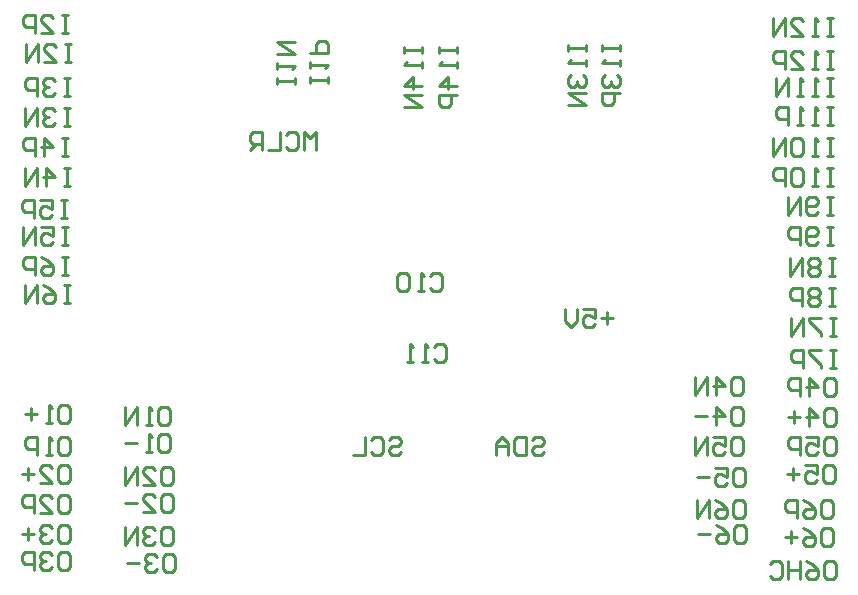
<source format=gbo>
G04 Layer_Color=32896*
%FSLAX25Y25*%
%MOIN*%
G70*
G01*
G75*
%ADD18C,0.01000*%
D18*
X152001Y83498D02*
X153001Y84498D01*
X155000D01*
X156000Y83498D01*
Y79500D01*
X155000Y78500D01*
X153001D01*
X152001Y79500D01*
X150002Y78500D02*
X148003D01*
X149002D01*
Y84498D01*
X150002Y83498D01*
X145004Y78500D02*
X143004D01*
X144004D01*
Y84498D01*
X145004Y83498D01*
X150501Y106998D02*
X151501Y107998D01*
X153500D01*
X154500Y106998D01*
Y103000D01*
X153500Y102000D01*
X151501D01*
X150501Y103000D01*
X148502Y102000D02*
X146503D01*
X147502D01*
Y107998D01*
X148502Y106998D01*
X143504D02*
X142504Y107998D01*
X140505D01*
X139505Y106998D01*
Y103000D01*
X140505Y102000D01*
X142504D01*
X143504Y103000D01*
Y106998D01*
X137001Y52498D02*
X138001Y53498D01*
X140000D01*
X141000Y52498D01*
Y51499D01*
X140000Y50499D01*
X138001D01*
X137001Y49499D01*
Y48500D01*
X138001Y47500D01*
X140000D01*
X141000Y48500D01*
X131003Y52498D02*
X132003Y53498D01*
X134002D01*
X135002Y52498D01*
Y48500D01*
X134002Y47500D01*
X132003D01*
X131003Y48500D01*
X129004Y53498D02*
Y47500D01*
X125005D01*
X184501Y52498D02*
X185501Y53498D01*
X187500D01*
X188500Y52498D01*
Y51499D01*
X187500Y50499D01*
X185501D01*
X184501Y49499D01*
Y48500D01*
X185501Y47500D01*
X187500D01*
X188500Y48500D01*
X182502Y53498D02*
Y47500D01*
X179503D01*
X178503Y48500D01*
Y52498D01*
X179503Y53498D01*
X182502D01*
X176504Y47500D02*
Y51499D01*
X174504Y53498D01*
X172505Y51499D01*
Y47500D01*
Y50499D01*
X176504D01*
X211500Y92999D02*
X207501D01*
X209501Y94998D02*
Y91000D01*
X201503Y95998D02*
X205502D01*
Y92999D01*
X203503Y93999D01*
X202503D01*
X201503Y92999D01*
Y91000D01*
X202503Y90000D01*
X204502D01*
X205502Y91000D01*
X199504Y95998D02*
Y91999D01*
X197504Y90000D01*
X195505Y91999D01*
Y95998D01*
X283001Y11998D02*
X285000D01*
X286000Y10998D01*
Y7000D01*
X285000Y6000D01*
X283001D01*
X282001Y7000D01*
Y10998D01*
X283001Y11998D01*
X276003D02*
X278003Y10998D01*
X280002Y8999D01*
Y7000D01*
X279002Y6000D01*
X277003D01*
X276003Y7000D01*
Y7999D01*
X277003Y8999D01*
X280002D01*
X274004Y11998D02*
Y6000D01*
Y8999D01*
X270005D01*
Y11998D01*
Y6000D01*
X264007Y10998D02*
X265007Y11998D01*
X267006D01*
X268006Y10998D01*
Y7000D01*
X267006Y6000D01*
X265007D01*
X264007Y7000D01*
X105498Y171000D02*
Y172999D01*
Y172000D01*
X99500D01*
Y171000D01*
Y172999D01*
Y175998D02*
Y177998D01*
Y176998D01*
X105498D01*
X104498Y175998D01*
X99500Y180997D02*
X105498D01*
X99500Y184995D01*
X105498D01*
X116498Y171500D02*
Y173499D01*
Y172500D01*
X110500D01*
Y171500D01*
Y173499D01*
Y176498D02*
Y178498D01*
Y177498D01*
X116498D01*
X115498Y176498D01*
X110500Y181497D02*
X116498D01*
Y184496D01*
X115498Y185495D01*
X113499D01*
X112499Y184496D01*
Y181497D01*
X31000Y184498D02*
X29001D01*
X30000D01*
Y178500D01*
X31000D01*
X29001D01*
X22003D02*
X26002D01*
X22003Y182499D01*
Y183498D01*
X23003Y184498D01*
X25002D01*
X26002Y183498D01*
X20004Y178500D02*
Y184498D01*
X16005Y178500D01*
Y184498D01*
X30000Y193998D02*
X28001D01*
X29000D01*
Y188000D01*
X30000D01*
X28001D01*
X21003D02*
X25002D01*
X21003Y191999D01*
Y192998D01*
X22003Y193998D01*
X24002D01*
X25002Y192998D01*
X19004Y188000D02*
Y193998D01*
X16004D01*
X15005Y192998D01*
Y190999D01*
X16004Y189999D01*
X19004D01*
X30500Y162998D02*
X28501D01*
X29500D01*
Y157000D01*
X30500D01*
X28501D01*
X25502Y161998D02*
X24502Y162998D01*
X22503D01*
X21503Y161998D01*
Y160999D01*
X22503Y159999D01*
X23502D01*
X22503D01*
X21503Y158999D01*
Y158000D01*
X22503Y157000D01*
X24502D01*
X25502Y158000D01*
X19504Y157000D02*
Y162998D01*
X15505Y157000D01*
Y162998D01*
X30500Y172998D02*
X28501D01*
X29500D01*
Y167000D01*
X30500D01*
X28501D01*
X25502Y171998D02*
X24502Y172998D01*
X22503D01*
X21503Y171998D01*
Y170999D01*
X22503Y169999D01*
X23502D01*
X22503D01*
X21503Y168999D01*
Y168000D01*
X22503Y167000D01*
X24502D01*
X25502Y168000D01*
X19504Y167000D02*
Y172998D01*
X16504D01*
X15505Y171998D01*
Y169999D01*
X16504Y168999D01*
X19504D01*
X30500Y142998D02*
X28501D01*
X29500D01*
Y137000D01*
X30500D01*
X28501D01*
X22503D02*
Y142998D01*
X25502Y139999D01*
X21503D01*
X19504Y137000D02*
Y142998D01*
X15505Y137000D01*
Y142998D01*
X30000Y152998D02*
X28001D01*
X29000D01*
Y147000D01*
X30000D01*
X28001D01*
X22003D02*
Y152998D01*
X25002Y149999D01*
X21003D01*
X19004Y147000D02*
Y152998D01*
X16004D01*
X15005Y151998D01*
Y149999D01*
X16004Y148999D01*
X19004D01*
X30000Y123498D02*
X28001D01*
X29000D01*
Y117500D01*
X30000D01*
X28001D01*
X21003Y123498D02*
X25002D01*
Y120499D01*
X23002Y121499D01*
X22003D01*
X21003Y120499D01*
Y118500D01*
X22003Y117500D01*
X24002D01*
X25002Y118500D01*
X19004Y117500D02*
Y123498D01*
X15005Y117500D01*
Y123498D01*
X29500Y132498D02*
X27501D01*
X28500D01*
Y126500D01*
X29500D01*
X27501D01*
X20503Y132498D02*
X24502D01*
Y129499D01*
X22502Y130499D01*
X21503D01*
X20503Y129499D01*
Y127500D01*
X21503Y126500D01*
X23502D01*
X24502Y127500D01*
X18504Y126500D02*
Y132498D01*
X15505D01*
X14505Y131498D01*
Y129499D01*
X15505Y128499D01*
X18504D01*
X30500Y103998D02*
X28501D01*
X29500D01*
Y98000D01*
X30500D01*
X28501D01*
X21503Y103998D02*
X23502Y102998D01*
X25502Y100999D01*
Y99000D01*
X24502Y98000D01*
X22503D01*
X21503Y99000D01*
Y99999D01*
X22503Y100999D01*
X25502D01*
X19504Y98000D02*
Y103998D01*
X15505Y98000D01*
Y103998D01*
X30000Y113498D02*
X28001D01*
X29000D01*
Y107500D01*
X30000D01*
X28001D01*
X21003Y113498D02*
X23002Y112498D01*
X25002Y110499D01*
Y108500D01*
X24002Y107500D01*
X22003D01*
X21003Y108500D01*
Y109499D01*
X22003Y110499D01*
X25002D01*
X19004Y107500D02*
Y113498D01*
X16004D01*
X15005Y112498D01*
Y110499D01*
X16004Y109499D01*
X19004D01*
X286000Y92998D02*
X284001D01*
X285000D01*
Y87000D01*
X286000D01*
X284001D01*
X281002Y92998D02*
X277003D01*
Y91998D01*
X281002Y88000D01*
Y87000D01*
X275004D02*
Y92998D01*
X271005Y87000D01*
Y92998D01*
X286000Y82498D02*
X284001D01*
X285000D01*
Y76500D01*
X286000D01*
X284001D01*
X281002Y82498D02*
X277003D01*
Y81498D01*
X281002Y77500D01*
Y76500D01*
X275004D02*
Y82498D01*
X272005D01*
X271005Y81498D01*
Y79499D01*
X272005Y78499D01*
X275004D01*
X285500Y112998D02*
X283501D01*
X284500D01*
Y107000D01*
X285500D01*
X283501D01*
X280502Y111998D02*
X279502Y112998D01*
X277503D01*
X276503Y111998D01*
Y110999D01*
X277503Y109999D01*
X276503Y108999D01*
Y108000D01*
X277503Y107000D01*
X279502D01*
X280502Y108000D01*
Y108999D01*
X279502Y109999D01*
X280502Y110999D01*
Y111998D01*
X279502Y109999D02*
X277503D01*
X274504Y107000D02*
Y112998D01*
X270505Y107000D01*
Y112998D01*
X285500Y102998D02*
X283501D01*
X284500D01*
Y97000D01*
X285500D01*
X283501D01*
X280502Y101998D02*
X279502Y102998D01*
X277503D01*
X276503Y101998D01*
Y100999D01*
X277503Y99999D01*
X276503Y98999D01*
Y98000D01*
X277503Y97000D01*
X279502D01*
X280502Y98000D01*
Y98999D01*
X279502Y99999D01*
X280502Y100999D01*
Y101998D01*
X279502Y99999D02*
X277503D01*
X274504Y97000D02*
Y102998D01*
X271504D01*
X270505Y101998D01*
Y99999D01*
X271504Y98999D01*
X274504D01*
X285000Y133498D02*
X283001D01*
X284000D01*
Y127500D01*
X285000D01*
X283001D01*
X280002Y128500D02*
X279002Y127500D01*
X277003D01*
X276003Y128500D01*
Y132498D01*
X277003Y133498D01*
X279002D01*
X280002Y132498D01*
Y131499D01*
X279002Y130499D01*
X276003D01*
X274004Y127500D02*
Y133498D01*
X270005Y127500D01*
Y133498D01*
X285000Y123498D02*
X283001D01*
X284000D01*
Y117500D01*
X285000D01*
X283001D01*
X280002Y118500D02*
X279002Y117500D01*
X277003D01*
X276003Y118500D01*
Y122498D01*
X277003Y123498D01*
X279002D01*
X280002Y122498D01*
Y121499D01*
X279002Y120499D01*
X276003D01*
X274004Y117500D02*
Y123498D01*
X271005D01*
X270005Y122498D01*
Y120499D01*
X271005Y119499D01*
X274004D01*
X285000Y152998D02*
X283001D01*
X284000D01*
Y147000D01*
X285000D01*
X283001D01*
X280002D02*
X278002D01*
X279002D01*
Y152998D01*
X280002Y151998D01*
X275003D02*
X274004Y152998D01*
X272004D01*
X271005Y151998D01*
Y148000D01*
X272004Y147000D01*
X274004D01*
X275003Y148000D01*
Y151998D01*
X269005Y147000D02*
Y152998D01*
X265006Y147000D01*
Y152998D01*
X285000Y142998D02*
X283001D01*
X284000D01*
Y137000D01*
X285000D01*
X283001D01*
X280002D02*
X278002D01*
X279002D01*
Y142998D01*
X280002Y141998D01*
X275003D02*
X274004Y142998D01*
X272004D01*
X271005Y141998D01*
Y138000D01*
X272004Y137000D01*
X274004D01*
X275003Y138000D01*
Y141998D01*
X269005Y137000D02*
Y142998D01*
X266006D01*
X265006Y141998D01*
Y139999D01*
X266006Y138999D01*
X269005D01*
X285000Y172998D02*
X283001D01*
X284000D01*
Y167000D01*
X285000D01*
X283001D01*
X280002D02*
X278002D01*
X279002D01*
Y172998D01*
X280002Y171998D01*
X275003Y167000D02*
X273004D01*
X274004D01*
Y172998D01*
X275003Y171998D01*
X270005Y167000D02*
Y172998D01*
X266006Y167000D01*
Y172998D01*
X285000Y163498D02*
X283001D01*
X284000D01*
Y157500D01*
X285000D01*
X283001D01*
X280002D02*
X278002D01*
X279002D01*
Y163498D01*
X280002Y162498D01*
X275003Y157500D02*
X273004D01*
X274004D01*
Y163498D01*
X275003Y162498D01*
X270005Y157500D02*
Y163498D01*
X267006D01*
X266006Y162498D01*
Y160499D01*
X267006Y159499D01*
X270005D01*
X285000Y192998D02*
X283001D01*
X284000D01*
Y187000D01*
X285000D01*
X283001D01*
X280002D02*
X278002D01*
X279002D01*
Y192998D01*
X280002Y191998D01*
X271005Y187000D02*
X275003D01*
X271005Y190999D01*
Y191998D01*
X272004Y192998D01*
X274004D01*
X275003Y191998D01*
X269005Y187000D02*
Y192998D01*
X265006Y187000D01*
Y192998D01*
X285000Y181998D02*
X283001D01*
X284000D01*
Y176000D01*
X285000D01*
X283001D01*
X280002D02*
X278002D01*
X279002D01*
Y181998D01*
X280002Y180998D01*
X271005Y176000D02*
X275003D01*
X271005Y179999D01*
Y180998D01*
X272004Y181998D01*
X274004D01*
X275003Y180998D01*
X269005Y176000D02*
Y181998D01*
X266006D01*
X265006Y180998D01*
Y178999D01*
X266006Y177999D01*
X269005D01*
X196502Y184000D02*
Y182001D01*
Y183000D01*
X202500D01*
Y184000D01*
Y182001D01*
Y179002D02*
Y177002D01*
Y178002D01*
X196502D01*
X197502Y179002D01*
Y174003D02*
X196502Y173004D01*
Y171004D01*
X197502Y170004D01*
X198501D01*
X199501Y171004D01*
Y172004D01*
Y171004D01*
X200501Y170004D01*
X201500D01*
X202500Y171004D01*
Y173004D01*
X201500Y174003D01*
X202500Y168005D02*
X196502D01*
X202500Y164006D01*
X196502D01*
X208002Y184000D02*
Y182001D01*
Y183000D01*
X214000D01*
Y184000D01*
Y182001D01*
Y179002D02*
Y177002D01*
Y178002D01*
X208002D01*
X209002Y179002D01*
Y174003D02*
X208002Y173004D01*
Y171004D01*
X209002Y170004D01*
X210001D01*
X211001Y171004D01*
Y172004D01*
Y171004D01*
X212001Y170004D01*
X213000D01*
X214000Y171004D01*
Y173004D01*
X213000Y174003D01*
X214000Y168005D02*
X208002D01*
Y165006D01*
X209002Y164006D01*
X211001D01*
X212001Y165006D01*
Y168005D01*
X142002Y183500D02*
Y181501D01*
Y182500D01*
X148000D01*
Y183500D01*
Y181501D01*
Y178502D02*
Y176502D01*
Y177502D01*
X142002D01*
X143002Y178502D01*
X148000Y170504D02*
X142002D01*
X145001Y173503D01*
Y169504D01*
X148000Y167505D02*
X142002D01*
X148000Y163506D01*
X142002D01*
X153502Y183500D02*
Y181501D01*
Y182500D01*
X159500D01*
Y183500D01*
Y181501D01*
Y178502D02*
Y176502D01*
Y177502D01*
X153502D01*
X154502Y178502D01*
X159500Y170504D02*
X153502D01*
X156501Y173503D01*
Y169504D01*
X159500Y167505D02*
X153502D01*
Y164506D01*
X154502Y163506D01*
X156501D01*
X157501Y164506D01*
Y167505D01*
X112500Y149000D02*
Y154998D01*
X110501Y152999D01*
X108501Y154998D01*
Y149000D01*
X102503Y153998D02*
X103503Y154998D01*
X105502D01*
X106502Y153998D01*
Y150000D01*
X105502Y149000D01*
X103503D01*
X102503Y150000D01*
X100504Y154998D02*
Y149000D01*
X96505D01*
X94506D02*
Y154998D01*
X91507D01*
X90507Y153998D01*
Y151999D01*
X91507Y150999D01*
X94506D01*
X92506D02*
X90507Y149000D01*
X27501Y63998D02*
X29500D01*
X30500Y62998D01*
Y59000D01*
X29500Y58000D01*
X27501D01*
X26501Y59000D01*
Y62998D01*
X27501Y63998D01*
X24502Y58000D02*
X22503D01*
X23502D01*
Y63998D01*
X24502Y62998D01*
X19504Y60999D02*
X15505D01*
X17504Y62998D02*
Y59000D01*
X61001Y54498D02*
X63000D01*
X64000Y53498D01*
Y49500D01*
X63000Y48500D01*
X61001D01*
X60001Y49500D01*
Y53498D01*
X61001Y54498D01*
X58002Y48500D02*
X56003D01*
X57002D01*
Y54498D01*
X58002Y53498D01*
X53004Y51499D02*
X49005D01*
X61001Y63498D02*
X63000D01*
X64000Y62498D01*
Y58500D01*
X63000Y57500D01*
X61001D01*
X60001Y58500D01*
Y62498D01*
X61001Y63498D01*
X58002Y57500D02*
X56003D01*
X57002D01*
Y63498D01*
X58002Y62498D01*
X53004Y57500D02*
Y63498D01*
X49005Y57500D01*
Y63498D01*
X27501Y53498D02*
X29500D01*
X30500Y52498D01*
Y48500D01*
X29500Y47500D01*
X27501D01*
X26501Y48500D01*
Y52498D01*
X27501Y53498D01*
X24502Y47500D02*
X22503D01*
X23502D01*
Y53498D01*
X24502Y52498D01*
X19504Y47500D02*
Y53498D01*
X16504D01*
X15505Y52498D01*
Y50499D01*
X16504Y49499D01*
X19504D01*
X27501Y43998D02*
X29500D01*
X30500Y42998D01*
Y39000D01*
X29500Y38000D01*
X27501D01*
X26501Y39000D01*
Y42998D01*
X27501Y43998D01*
X20503Y38000D02*
X24502D01*
X20503Y41999D01*
Y42998D01*
X21503Y43998D01*
X23502D01*
X24502Y42998D01*
X18504Y40999D02*
X14505D01*
X16504Y42998D02*
Y39000D01*
X62001Y34498D02*
X64000D01*
X65000Y33498D01*
Y29500D01*
X64000Y28500D01*
X62001D01*
X61001Y29500D01*
Y33498D01*
X62001Y34498D01*
X55003Y28500D02*
X59002D01*
X55003Y32499D01*
Y33498D01*
X56003Y34498D01*
X58002D01*
X59002Y33498D01*
X53004Y31499D02*
X49005D01*
X62001Y43498D02*
X64000D01*
X65000Y42498D01*
Y38500D01*
X64000Y37500D01*
X62001D01*
X61001Y38500D01*
Y42498D01*
X62001Y43498D01*
X55003Y37500D02*
X59002D01*
X55003Y41499D01*
Y42498D01*
X56003Y43498D01*
X58002D01*
X59002Y42498D01*
X53004Y37500D02*
Y43498D01*
X49005Y37500D01*
Y43498D01*
X27501Y33998D02*
X29500D01*
X30500Y32998D01*
Y29000D01*
X29500Y28000D01*
X27501D01*
X26501Y29000D01*
Y32998D01*
X27501Y33998D01*
X20503Y28000D02*
X24502D01*
X20503Y31999D01*
Y32998D01*
X21503Y33998D01*
X23502D01*
X24502Y32998D01*
X18504Y28000D02*
Y33998D01*
X15505D01*
X14505Y32998D01*
Y30999D01*
X15505Y29999D01*
X18504D01*
X27501Y23998D02*
X29500D01*
X30500Y22998D01*
Y19000D01*
X29500Y18000D01*
X27501D01*
X26501Y19000D01*
Y22998D01*
X27501Y23998D01*
X24502Y22998D02*
X23502Y23998D01*
X21503D01*
X20503Y22998D01*
Y21999D01*
X21503Y20999D01*
X22503D01*
X21503D01*
X20503Y19999D01*
Y19000D01*
X21503Y18000D01*
X23502D01*
X24502Y19000D01*
X18504Y20999D02*
X14505D01*
X16504Y22998D02*
Y19000D01*
X62501Y14498D02*
X64500D01*
X65500Y13498D01*
Y9500D01*
X64500Y8500D01*
X62501D01*
X61501Y9500D01*
Y13498D01*
X62501Y14498D01*
X59502Y13498D02*
X58502Y14498D01*
X56503D01*
X55503Y13498D01*
Y12499D01*
X56503Y11499D01*
X57503D01*
X56503D01*
X55503Y10499D01*
Y9500D01*
X56503Y8500D01*
X58502D01*
X59502Y9500D01*
X53504Y11499D02*
X49505D01*
X62001Y23498D02*
X64000D01*
X65000Y22498D01*
Y18500D01*
X64000Y17500D01*
X62001D01*
X61001Y18500D01*
Y22498D01*
X62001Y23498D01*
X59002Y22498D02*
X58002Y23498D01*
X56003D01*
X55003Y22498D01*
Y21499D01*
X56003Y20499D01*
X57003D01*
X56003D01*
X55003Y19499D01*
Y18500D01*
X56003Y17500D01*
X58002D01*
X59002Y18500D01*
X53004Y17500D02*
Y23498D01*
X49005Y17500D01*
Y23498D01*
X27501Y14998D02*
X29500D01*
X30500Y13998D01*
Y10000D01*
X29500Y9000D01*
X27501D01*
X26501Y10000D01*
Y13998D01*
X27501Y14998D01*
X24502Y13998D02*
X23502Y14998D01*
X21503D01*
X20503Y13998D01*
Y12999D01*
X21503Y11999D01*
X22503D01*
X21503D01*
X20503Y10999D01*
Y10000D01*
X21503Y9000D01*
X23502D01*
X24502Y10000D01*
X18504Y9000D02*
Y14998D01*
X15505D01*
X14505Y13998D01*
Y11999D01*
X15505Y10999D01*
X18504D01*
X283001Y62998D02*
X285000D01*
X286000Y61998D01*
Y58000D01*
X285000Y57000D01*
X283001D01*
X282001Y58000D01*
Y61998D01*
X283001Y62998D01*
X277003Y57000D02*
Y62998D01*
X280002Y59999D01*
X276003D01*
X274004D02*
X270005D01*
X272005Y61998D02*
Y58000D01*
X252001Y63498D02*
X254000D01*
X255000Y62498D01*
Y58500D01*
X254000Y57500D01*
X252001D01*
X251001Y58500D01*
Y62498D01*
X252001Y63498D01*
X246003Y57500D02*
Y63498D01*
X249002Y60499D01*
X245003D01*
X243004D02*
X239005D01*
X252001Y73498D02*
X254000D01*
X255000Y72498D01*
Y68500D01*
X254000Y67500D01*
X252001D01*
X251001Y68500D01*
Y72498D01*
X252001Y73498D01*
X246003Y67500D02*
Y73498D01*
X249002Y70499D01*
X245003D01*
X243004Y67500D02*
Y73498D01*
X239005Y67500D01*
Y73498D01*
X283001Y72998D02*
X285000D01*
X286000Y71998D01*
Y68000D01*
X285000Y67000D01*
X283001D01*
X282001Y68000D01*
Y71998D01*
X283001Y72998D01*
X277003Y67000D02*
Y72998D01*
X280002Y69999D01*
X276003D01*
X274004Y67000D02*
Y72998D01*
X271005D01*
X270005Y71998D01*
Y69999D01*
X271005Y68999D01*
X274004D01*
X282501Y43998D02*
X284500D01*
X285500Y42998D01*
Y39000D01*
X284500Y38000D01*
X282501D01*
X281501Y39000D01*
Y42998D01*
X282501Y43998D01*
X275503D02*
X279502D01*
Y40999D01*
X277503Y41999D01*
X276503D01*
X275503Y40999D01*
Y39000D01*
X276503Y38000D01*
X278502D01*
X279502Y39000D01*
X273504Y40999D02*
X269505D01*
X271504Y42998D02*
Y39000D01*
X252501Y42998D02*
X254500D01*
X255500Y41998D01*
Y38000D01*
X254500Y37000D01*
X252501D01*
X251501Y38000D01*
Y41998D01*
X252501Y42998D01*
X245503D02*
X249502D01*
Y39999D01*
X247503Y40999D01*
X246503D01*
X245503Y39999D01*
Y38000D01*
X246503Y37000D01*
X248502D01*
X249502Y38000D01*
X243504Y39999D02*
X239505D01*
X252001Y53498D02*
X254000D01*
X255000Y52498D01*
Y48500D01*
X254000Y47500D01*
X252001D01*
X251001Y48500D01*
Y52498D01*
X252001Y53498D01*
X245003D02*
X249002D01*
Y50499D01*
X247003Y51499D01*
X246003D01*
X245003Y50499D01*
Y48500D01*
X246003Y47500D01*
X248002D01*
X249002Y48500D01*
X243004Y47500D02*
Y53498D01*
X239005Y47500D01*
Y53498D01*
X283001D02*
X285000D01*
X286000Y52498D01*
Y48500D01*
X285000Y47500D01*
X283001D01*
X282001Y48500D01*
Y52498D01*
X283001Y53498D01*
X276003D02*
X280002D01*
Y50499D01*
X278003Y51499D01*
X277003D01*
X276003Y50499D01*
Y48500D01*
X277003Y47500D01*
X279002D01*
X280002Y48500D01*
X274004Y47500D02*
Y53498D01*
X271005D01*
X270005Y52498D01*
Y50499D01*
X271005Y49499D01*
X274004D01*
X282001Y22998D02*
X284000D01*
X285000Y21998D01*
Y18000D01*
X284000Y17000D01*
X282001D01*
X281001Y18000D01*
Y21998D01*
X282001Y22998D01*
X275003D02*
X277003Y21998D01*
X279002Y19999D01*
Y18000D01*
X278002Y17000D01*
X276003D01*
X275003Y18000D01*
Y18999D01*
X276003Y19999D01*
X279002D01*
X273004D02*
X269005D01*
X271005Y21998D02*
Y18000D01*
X253001Y23998D02*
X255000D01*
X256000Y22998D01*
Y19000D01*
X255000Y18000D01*
X253001D01*
X252001Y19000D01*
Y22998D01*
X253001Y23998D01*
X246003D02*
X248003Y22998D01*
X250002Y20999D01*
Y19000D01*
X249002Y18000D01*
X247003D01*
X246003Y19000D01*
Y19999D01*
X247003Y20999D01*
X250002D01*
X244004D02*
X240005D01*
X252501Y32498D02*
X254500D01*
X255500Y31498D01*
Y27500D01*
X254500Y26500D01*
X252501D01*
X251501Y27500D01*
Y31498D01*
X252501Y32498D01*
X245503D02*
X247503Y31498D01*
X249502Y29499D01*
Y27500D01*
X248502Y26500D01*
X246503D01*
X245503Y27500D01*
Y28499D01*
X246503Y29499D01*
X249502D01*
X243504Y26500D02*
Y32498D01*
X239505Y26500D01*
Y32498D01*
X282001D02*
X284000D01*
X285000Y31498D01*
Y27500D01*
X284000Y26500D01*
X282001D01*
X281001Y27500D01*
Y31498D01*
X282001Y32498D01*
X275003D02*
X277003Y31498D01*
X279002Y29499D01*
Y27500D01*
X278002Y26500D01*
X276003D01*
X275003Y27500D01*
Y28499D01*
X276003Y29499D01*
X279002D01*
X273004Y26500D02*
Y32498D01*
X270005D01*
X269005Y31498D01*
Y29499D01*
X270005Y28499D01*
X273004D01*
M02*

</source>
